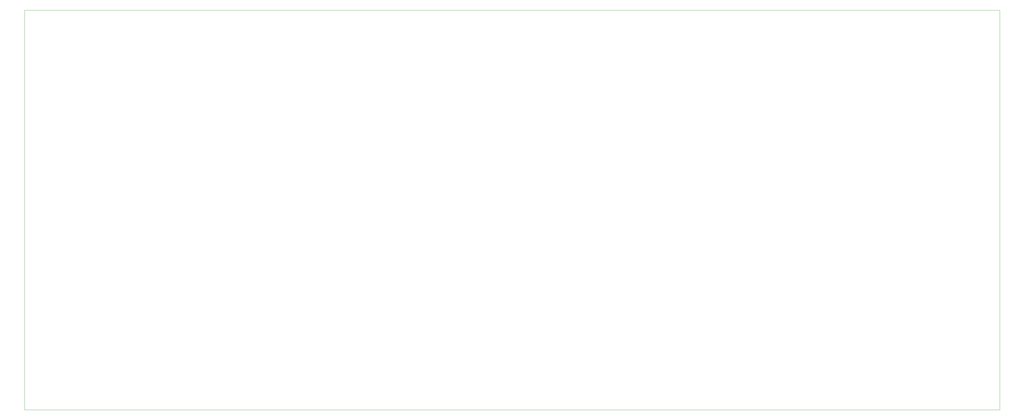
<source format=gm1>
%TF.GenerationSoftware,KiCad,Pcbnew,(6.0.1)*%
%TF.CreationDate,2022-07-30T17:19:38+08:00*%
%TF.ProjectId,CrVisionMech,43725669-7369-46f6-9e4d-6563682e6b69,rev?*%
%TF.SameCoordinates,Original*%
%TF.FileFunction,Profile,NP*%
%FSLAX46Y46*%
G04 Gerber Fmt 4.6, Leading zero omitted, Abs format (unit mm)*
G04 Created by KiCad (PCBNEW (6.0.1)) date 2022-07-30 17:19:38*
%MOMM*%
%LPD*%
G01*
G04 APERTURE LIST*
%TA.AperFunction,Profile*%
%ADD10C,0.100000*%
%TD*%
G04 APERTURE END LIST*
D10*
X43815000Y-93345000D02*
X367030000Y-93345000D01*
X367030000Y-93345000D02*
X367030000Y-226060000D01*
X367030000Y-226060000D02*
X43815000Y-226060000D01*
X43815000Y-226060000D02*
X43815000Y-93345000D01*
M02*

</source>
